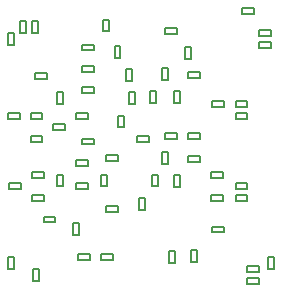
<source format=gbr>
%TF.GenerationSoftware,Altium Limited,Altium Designer,21.5.1 (32)*%
G04 Layer_Color=32768*
%FSLAX45Y45*%
%MOMM*%
%TF.SameCoordinates,DA76D118-4440-4CF8-9B87-3A81F077C57B*%
%TF.FilePolarity,Positive*%
%TF.FileFunction,Other,Bottom_3D_Body*%
%TF.Part,Single*%
G01*
G75*
%TA.AperFunction,NonConductor*%
%ADD73C,0.20000*%
D73*
X6100688Y6802170D02*
X6200687D01*
Y6852167D01*
X6100688D02*
X6200687D01*
X6100688Y6802170D02*
Y6852167D01*
X4997399Y8032423D02*
X5097399D01*
X4997399Y7982426D02*
Y8032423D01*
Y7982426D02*
X5097399D01*
Y8032423D01*
X4997399Y8212855D02*
X5097399D01*
X4997399Y8162852D02*
Y8212855D01*
Y8162852D02*
X5097399D01*
Y8212855D01*
X4997399Y7597424D02*
X5097399D01*
X4997399Y7547427D02*
Y7597424D01*
Y7547427D02*
X5097399D01*
Y7597424D01*
X4944573Y7367001D02*
X5044573D01*
Y7416998D01*
X4944573D02*
X5044573D01*
X4944573Y7367001D02*
Y7416998D01*
Y7216999D02*
X5044573D01*
X4944573Y7167001D02*
Y7216999D01*
Y7167001D02*
X5044573D01*
Y7216999D01*
X4947324Y7817002D02*
X5047324D01*
X4947324Y7767000D02*
Y7817002D01*
Y7767000D02*
X5047324D01*
Y7817002D01*
X4997399Y8343278D02*
X5097399D01*
Y8393281D01*
X4997399D02*
X5097399D01*
X4997399Y8343278D02*
Y8393281D01*
X4833021Y7192015D02*
Y7292015D01*
X4783024D02*
X4833021D01*
X4783024Y7192015D02*
Y7292015D01*
Y7192015D02*
X4833021D01*
X4571472Y7316998D02*
X4671472D01*
X4571472Y7267001D02*
Y7316998D01*
Y7267001D02*
X4671472D01*
Y7316998D01*
X4571472Y7116999D02*
X4671472D01*
X4571472Y7067001D02*
Y7116999D01*
Y7067001D02*
X4671472D01*
Y7116999D01*
X4378803Y7216999D02*
X4478803D01*
X4378803Y7167001D02*
Y7216999D01*
Y7167001D02*
X4478803D01*
Y7216999D01*
X5697398Y8532847D02*
X5797398D01*
X5697398Y8482844D02*
Y8532847D01*
Y8482844D02*
X5797398D01*
Y8532847D01*
X5922350Y8271293D02*
Y8371293D01*
X5872348D02*
X5922350D01*
X5872348Y8271293D02*
Y8371293D01*
Y8271293D02*
X5922350D01*
X4919619Y6784393D02*
Y6884393D01*
Y6784393D02*
X4969622D01*
Y6884393D01*
X4919619D02*
X4969622D01*
X5786399Y6546070D02*
Y6646070D01*
X5736396D02*
X5786399D01*
X5736396Y6546070D02*
Y6646070D01*
Y6546070D02*
X5786399D01*
X5966827Y6554144D02*
Y6654143D01*
X5916825D02*
X5966827D01*
X5916825Y6554144D02*
Y6654143D01*
Y6554144D02*
X5966827D01*
X6349438Y8650624D02*
X6449438D01*
Y8700621D01*
X6349438D02*
X6449438D01*
X6349438Y8650624D02*
Y8700621D01*
X5797398Y7596215D02*
Y7646213D01*
X5697398Y7596215D02*
X5797398D01*
X5697398D02*
Y7646213D01*
X5797398D01*
X4372402Y6592001D02*
X4422399D01*
Y6492001D02*
Y6592001D01*
X4372402Y6492001D02*
X4422399D01*
X4372402D02*
Y6592001D01*
Y8392003D02*
X4422399D01*
X4372402D02*
Y8492002D01*
X4422399D01*
Y8392003D02*
Y8492002D01*
X4472402Y8592002D02*
X4522399D01*
Y8492002D02*
Y8592002D01*
X4472402Y8492002D02*
X4522399D01*
X4472402D02*
Y8592002D01*
X4580001Y6492499D02*
X4629998D01*
Y6392499D02*
Y6492499D01*
X4580001Y6392499D02*
X4629998D01*
X4580001D02*
Y6492499D01*
X4672246Y6886580D02*
Y6936577D01*
X4772246D01*
Y6886580D02*
Y6936577D01*
X4672246Y6886580D02*
X4772246D01*
X4597400Y8103550D02*
Y8153552D01*
X4697400D01*
Y8103550D02*
Y8153552D01*
X4597400Y8103550D02*
X4697400D01*
X4369307Y7767000D02*
Y7817002D01*
X4469307D01*
Y7767000D02*
Y7817002D01*
X4369307Y7767000D02*
X4469307D01*
X4572452Y8592053D02*
X4622449D01*
Y8492053D02*
Y8592053D01*
X4572452Y8492053D02*
X4622449D01*
X4572452D02*
Y8592053D01*
X5066869Y6566952D02*
Y6616949D01*
X4966870Y6566952D02*
X5066869D01*
X4966870D02*
Y6616949D01*
X5066869D01*
X4661976Y7767000D02*
Y7817002D01*
X4561976Y7767000D02*
X4661976D01*
X4561976D02*
Y7817002D01*
X4661976D01*
X5159544Y6567202D02*
Y6617205D01*
X5259544D01*
Y6567202D02*
Y6617205D01*
X5159544Y6567202D02*
X5259544D01*
X4754650Y7667000D02*
Y7717003D01*
X4854650D01*
Y7667000D02*
Y7717003D01*
X4754650Y7667000D02*
X4854650D01*
X4561976Y7567000D02*
Y7617003D01*
X4661976D01*
Y7567000D02*
Y7617003D01*
X4561976Y7567000D02*
X4661976D01*
X4785775Y7891998D02*
X4835778D01*
X4785775D02*
Y7991998D01*
X4835778D01*
Y7891998D02*
Y7991998D01*
X5272349Y8277347D02*
X5322352D01*
X5272349D02*
Y8377347D01*
X5322352D01*
Y8277347D02*
Y8377347D01*
X5172400Y8504833D02*
X5222403D01*
X5172400D02*
Y8604832D01*
X5222403D01*
Y8504833D02*
Y8604832D01*
X5372252Y8184672D02*
X5422250D01*
Y8084673D02*
Y8184672D01*
X5372252Y8084673D02*
X5422250D01*
X5372252D02*
Y8184672D01*
X5476973Y7092000D02*
X5526976D01*
Y6992000D02*
Y7092000D01*
X5476973Y6992000D02*
X5526976D01*
X5476973D02*
Y7092000D01*
X5672399Y7384669D02*
X5722402D01*
X5672399D02*
Y7484669D01*
X5722402D01*
Y7384669D02*
Y7484669D01*
X5560847Y7567000D02*
Y7616998D01*
X5460848Y7567000D02*
X5560847D01*
X5460848D02*
Y7616998D01*
X5560847D01*
X5299299Y7791999D02*
X5349301D01*
Y7691999D02*
Y7791999D01*
X5299299Y7691999D02*
X5349301D01*
X5299299D02*
Y7791999D01*
X5672399Y8090866D02*
X5722402D01*
X5672399D02*
Y8190866D01*
X5722402D01*
Y8090866D02*
Y8190866D01*
X5897402Y7398032D02*
Y7448029D01*
X5997402D01*
Y7398032D02*
Y7448029D01*
X5897402Y7398032D02*
X5997402D01*
X5897402Y7596215D02*
Y7646218D01*
X5997402D01*
Y7596215D02*
Y7646218D01*
X5897402Y7596215D02*
X5997402D01*
X5897402Y8109744D02*
Y8159746D01*
X5997402D01*
Y8109744D02*
Y8159746D01*
X5897402Y8109744D02*
X5997402D01*
X6097402Y7866949D02*
Y7916951D01*
X6197402D01*
Y7866949D02*
Y7916951D01*
X6097402Y7866949D02*
X6197402D01*
X6397401Y7167062D02*
Y7217065D01*
X6297402Y7167062D02*
X6397401D01*
X6297402D02*
Y7217065D01*
X6397401D01*
Y7867000D02*
Y7917002D01*
X6297402Y7867000D02*
X6397401D01*
X6297402D02*
Y7917002D01*
X6397401D01*
Y7767000D02*
Y7817002D01*
X6297402Y7767000D02*
X6397401D01*
X6297402D02*
Y7817002D01*
X6397401D01*
Y6366998D02*
Y6417000D01*
X6497401D01*
Y6366998D02*
Y6417000D01*
X6397401Y6366998D02*
X6497401D01*
X6597401Y8366999D02*
Y8417001D01*
X6497401Y8366999D02*
X6597401D01*
X6497401D02*
Y8417001D01*
X6597401D01*
X6497401Y8466999D02*
Y8517001D01*
X6597401D01*
Y8466999D02*
Y8517001D01*
X6497401Y8466999D02*
X6597401D01*
X5197399Y6977778D02*
Y7027775D01*
X5297399D01*
Y6977778D02*
Y7027775D01*
X5197399Y6977778D02*
X5297399D01*
X5197399Y7408624D02*
Y7458621D01*
X5297399D01*
Y7408624D02*
Y7458621D01*
X5197399Y7408624D02*
X5297399D01*
X6090077Y7067001D02*
Y7116999D01*
X6190077D01*
Y7067001D02*
Y7116999D01*
X6090077Y7067001D02*
X6190077D01*
X6090077Y7267001D02*
Y7316998D01*
X6190077D01*
Y7267001D02*
Y7316998D01*
X6090077Y7267001D02*
X6190077D01*
X6397401Y7067001D02*
Y7116999D01*
X6297402Y7067001D02*
X6397401D01*
X6297402D02*
Y7116999D01*
X6397401D01*
X6497401Y6467003D02*
Y6517000D01*
X6397401Y6467003D02*
X6497401D01*
X6397401D02*
Y6517000D01*
X6497401D01*
X5772399Y7286485D02*
X5822401D01*
Y7186485D02*
Y7286485D01*
X5772399Y7186485D02*
X5822401D01*
X5772399D02*
Y7286485D01*
X5156124Y7192000D02*
X5206127D01*
X5156124D02*
Y7292000D01*
X5206127D01*
Y7192000D02*
Y7292000D01*
X5591973D02*
X5641975D01*
Y7192000D02*
Y7292000D01*
X5591973Y7192000D02*
X5641975D01*
X5591973D02*
Y7292000D01*
X5572399Y7998192D02*
X5622402D01*
Y7898192D02*
Y7998192D01*
X5572399Y7898192D02*
X5622402D01*
X5572399D02*
Y7998192D01*
X5772399Y7898192D02*
X5822401D01*
X5772399D02*
Y7998192D01*
X5822401D01*
Y7898192D02*
Y7998192D01*
X5391973Y7891998D02*
X5441975D01*
X5391973D02*
Y7991998D01*
X5441975D01*
Y7891998D02*
Y7991998D01*
X6572402Y6592001D02*
X6622400D01*
Y6492001D02*
Y6592001D01*
X6572402Y6492001D02*
X6622400D01*
X6572402D02*
Y6592001D01*
%TF.MD5,e8d04cd1974520fd094874cb37320939*%
M02*

</source>
